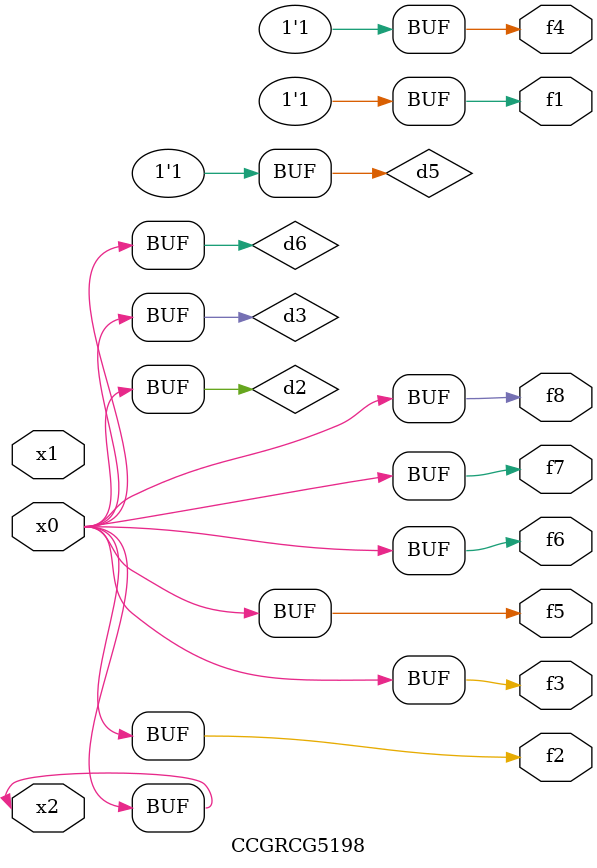
<source format=v>
module CCGRCG5198(
	input x0, x1, x2,
	output f1, f2, f3, f4, f5, f6, f7, f8
);

	wire d1, d2, d3, d4, d5, d6;

	xnor (d1, x2);
	buf (d2, x0, x2);
	and (d3, x0);
	xnor (d4, x1, x2);
	nand (d5, d1, d3);
	buf (d6, d2, d3);
	assign f1 = d5;
	assign f2 = d6;
	assign f3 = d6;
	assign f4 = d5;
	assign f5 = d6;
	assign f6 = d6;
	assign f7 = d6;
	assign f8 = d6;
endmodule

</source>
